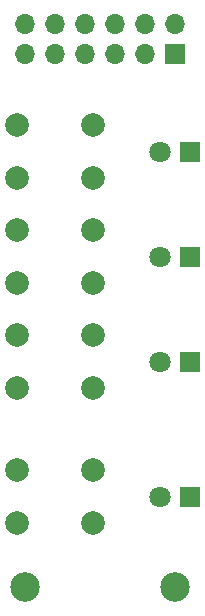
<source format=gts>
G04 #@! TF.GenerationSoftware,KiCad,Pcbnew,7.0.11-7.0.11~ubuntu20.04.1*
G04 #@! TF.CreationDate,2024-08-22T00:47:31+02:00*
G04 #@! TF.ProjectId,kicad-pmod-semaphore,6b696361-642d-4706-9d6f-642d73656d61,1.0*
G04 #@! TF.SameCoordinates,Original*
G04 #@! TF.FileFunction,Soldermask,Top*
G04 #@! TF.FilePolarity,Negative*
%FSLAX46Y46*%
G04 Gerber Fmt 4.6, Leading zero omitted, Abs format (unit mm)*
G04 Created by KiCad (PCBNEW 7.0.11-7.0.11~ubuntu20.04.1) date 2024-08-22 00:47:31*
%MOMM*%
%LPD*%
G01*
G04 APERTURE LIST*
%ADD10C,2.000000*%
%ADD11R,1.700000X1.700000*%
%ADD12O,1.700000X1.700000*%
%ADD13C,2.500000*%
%ADD14R,1.800000X1.800000*%
%ADD15C,1.800000*%
G04 APERTURE END LIST*
D10*
X120090000Y-86015000D03*
X113590000Y-86015000D03*
X120090000Y-90515000D03*
X113590000Y-90515000D03*
X120090000Y-74585000D03*
X113590000Y-74585000D03*
X120090000Y-79085000D03*
X113590000Y-79085000D03*
X120090000Y-65695000D03*
X113590000Y-65695000D03*
X120090000Y-70195000D03*
X113590000Y-70195000D03*
X120090000Y-56805000D03*
X113590000Y-56805000D03*
X120090000Y-61305000D03*
X113590000Y-61305000D03*
D11*
X127000000Y-50800000D03*
D12*
X127000000Y-48260000D03*
X124460000Y-50800000D03*
X124460000Y-48260000D03*
X121920000Y-50800000D03*
X121920000Y-48260000D03*
X119380000Y-50800000D03*
X119380000Y-48260000D03*
X116840000Y-50800000D03*
X116840000Y-48260000D03*
X114300000Y-50800000D03*
X114300000Y-48260000D03*
D13*
X127000000Y-95885000D03*
X114300000Y-95885000D03*
D14*
X128270000Y-88265000D03*
D15*
X125730000Y-88265000D03*
D14*
X128270000Y-76835000D03*
D15*
X125730000Y-76835000D03*
D14*
X128270000Y-67945000D03*
D15*
X125730000Y-67945000D03*
X125730000Y-59055000D03*
D14*
X128270000Y-59055000D03*
M02*

</source>
